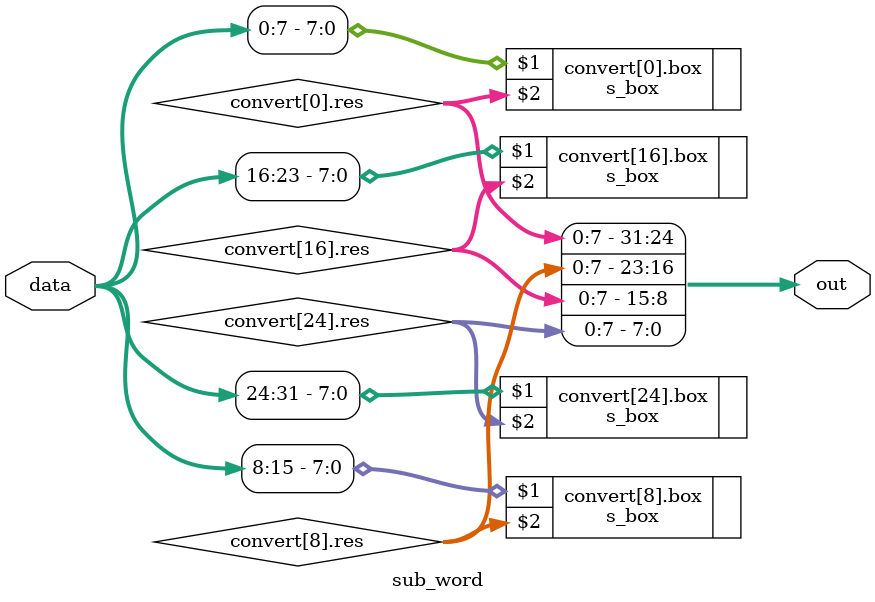
<source format=v>
module sub_word (
    input [0:31] data,
    output wire [0:31] out
);

genvar i;
generate 
    for(i=0; i < 32; i=i+8) begin : convert
        wire [0:7] res;
        s_box box (data[i +: 8], res);
        assign out[i +: 8] = res;
    end
endgenerate

endmodule
</source>
